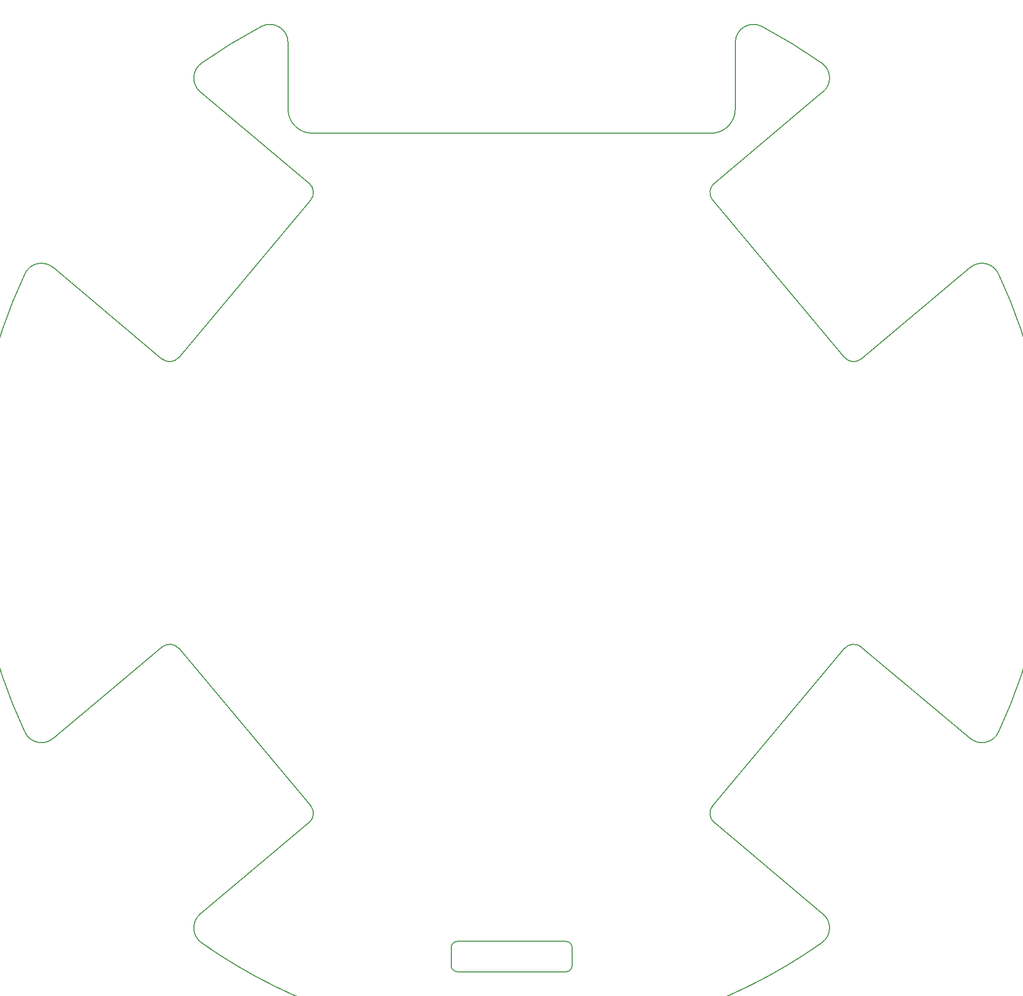
<source format=gm1>
G04 #@! TF.GenerationSoftware,KiCad,Pcbnew,7.0.9*
G04 #@! TF.CreationDate,2023-12-19T12:28:11+08:00*
G04 #@! TF.ProjectId,layer1,6c617965-7231-42e6-9b69-6361645f7063,rev?*
G04 #@! TF.SameCoordinates,Original*
G04 #@! TF.FileFunction,Profile,NP*
%FSLAX46Y46*%
G04 Gerber Fmt 4.6, Leading zero omitted, Abs format (unit mm)*
G04 Created by KiCad (PCBNEW 7.0.9) date 2023-12-19 12:28:11*
%MOMM*%
%LPD*%
G01*
G04 APERTURE LIST*
G04 #@! TA.AperFunction,Profile*
%ADD10C,0.200000*%
G04 #@! TD*
G04 APERTURE END LIST*
D10*
X138000000Y-43868535D02*
X72000000Y-43868535D01*
X146395363Y-26212759D02*
G75*
G03*
X142000000Y-28868535I-1395363J-2655741D01*
G01*
X47124018Y-81171795D02*
X29121973Y-66066286D01*
X138516260Y-52141009D02*
X156518304Y-37035500D01*
X160058318Y-80925281D02*
X138269746Y-54958673D01*
X156518336Y-37035538D02*
G75*
G03*
X156319823Y-32286344I-1928436J2298138D01*
G01*
X71730254Y-54958673D02*
X49941682Y-80925281D01*
X156518304Y-172964500D02*
X138516260Y-157858991D01*
X114000000Y-182500000D02*
G75*
G03*
X115000000Y-181500000I0J1000000D01*
G01*
X53680177Y-177713656D02*
G75*
G03*
X156319823Y-177713656I51319823J72713656D01*
G01*
X49941690Y-129074712D02*
G75*
G03*
X47124018Y-128828205I-1532090J-1285588D01*
G01*
X24479434Y-67086434D02*
G75*
G03*
X24479434Y-142913566I80520566J-37913566D01*
G01*
X95000000Y-178500000D02*
X95000000Y-181500000D01*
X53680180Y-32286342D02*
G75*
G03*
X53481696Y-37035500I1729980J-2451028D01*
G01*
X138269746Y-155041327D02*
X160058318Y-129074719D01*
X180878033Y-143933707D02*
G75*
G03*
X185520566Y-142913566I1928367J2298107D01*
G01*
X138269741Y-155041323D02*
G75*
G03*
X138516261Y-157858990I1532059J-1285577D01*
G01*
X160058310Y-80925288D02*
G75*
G03*
X162875982Y-81171795I1532090J1285588D01*
G01*
X68000065Y-39868535D02*
G75*
G03*
X72000000Y-43868535I3999935J-65D01*
G01*
X67999969Y-28868535D02*
G75*
G03*
X63604651Y-26212786I-2999969J35D01*
G01*
X180878027Y-66066286D02*
X162875982Y-81171795D01*
X53481692Y-172964495D02*
G75*
G03*
X53680177Y-177713656I1928348J-2298135D01*
G01*
X95000000Y-181500000D02*
G75*
G03*
X96000000Y-182500000I1000000J0D01*
G01*
X63604652Y-26212788D02*
G75*
G03*
X53680181Y-32286343I41394848J-78786412D01*
G01*
X162875975Y-128828213D02*
G75*
G03*
X160058318Y-129074719I-1285575J-1532087D01*
G01*
X115000000Y-181500000D02*
X115000000Y-178500000D01*
X142000000Y-28868535D02*
X142000000Y-39868535D01*
X49941682Y-129074719D02*
X71730254Y-155041327D01*
X71483740Y-157858991D02*
X53481696Y-172964500D01*
X185520595Y-67086476D02*
G75*
G03*
X180878027Y-66066287I-2714195J-1277924D01*
G01*
X114000000Y-177500000D02*
X96000000Y-177500000D01*
X162875982Y-128828205D02*
X180878027Y-143933714D01*
X53481696Y-37035500D02*
X71483740Y-52141009D01*
X71483735Y-157858985D02*
G75*
G03*
X71730253Y-155041328I-1285535J1532085D01*
G01*
X29121967Y-66066293D02*
G75*
G03*
X24479434Y-67086434I-1928367J-2298107D01*
G01*
X115000000Y-178500000D02*
G75*
G03*
X114000000Y-177500000I-1000000J0D01*
G01*
X156319793Y-177713614D02*
G75*
G03*
X156518303Y-172964501I-1729893J2451014D01*
G01*
X24479426Y-142913570D02*
G75*
G03*
X29121973Y-143933713I2714174J1277970D01*
G01*
X185520565Y-142913565D02*
G75*
G03*
X185520586Y-67086480I-80520565J37913565D01*
G01*
X156319819Y-32286350D02*
G75*
G03*
X146395349Y-26212787I-51319019J-72712250D01*
G01*
X47124025Y-81171787D02*
G75*
G03*
X49941682Y-80925281I1285575J1532087D01*
G01*
X138516265Y-52141015D02*
G75*
G03*
X138269747Y-54958672I1285535J-1532085D01*
G01*
X138000000Y-43868600D02*
G75*
G03*
X142000000Y-39868535I-100J4000100D01*
G01*
X29121973Y-143933714D02*
X47124018Y-128828205D01*
X96000000Y-177500000D02*
G75*
G03*
X95000000Y-178500000I0J-1000000D01*
G01*
X96000000Y-182500000D02*
X114000000Y-182500000D01*
X71730259Y-54958677D02*
G75*
G03*
X71483739Y-52141010I-1532059J1285577D01*
G01*
X68000000Y-39868535D02*
X68000000Y-28868535D01*
M02*

</source>
